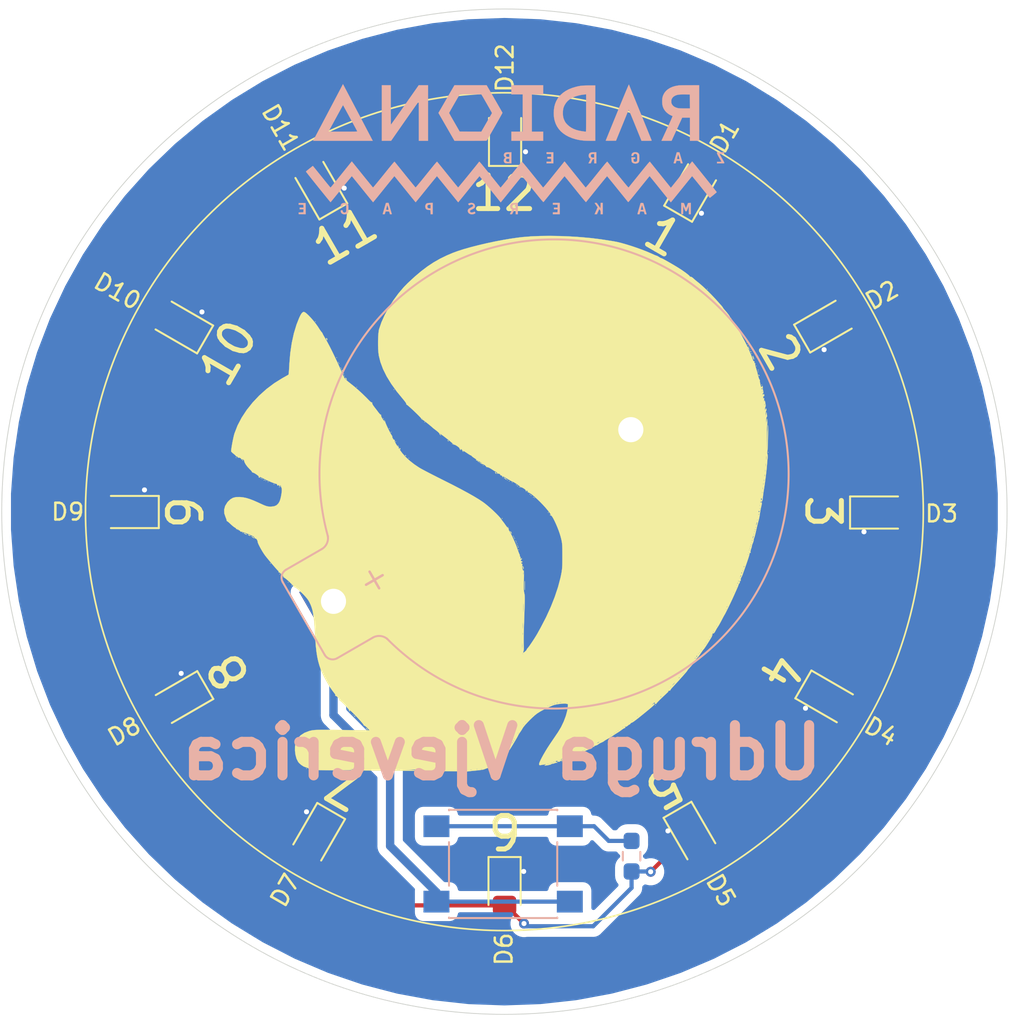
<source format=kicad_pcb>
(kicad_pcb (version 20171130) (host pcbnew 5.1.9+dfsg1-1~bpo10+1)
  (layers (0 F.Cu signal) (31 B.Cu signal) (34 B.Paste user) (35 F.Paste user) (36 B.SilkS user) (37 F.SilkS user) (38 B.Mask user) (39 F.Mask user) (44 Edge.Cuts user))
  (net 0 "")
  (net 1 "Net-(BT1-Pad1)")
  (net 2 "Net-(D1-Pad2)")
  (net 3 "Net-(R1-Pad2)")
  (net 4 GND)
  (module lib:radiona_logo (layer B.Cu) (at 141.72 74.94 180)
    (fp_text reference G*** hide)
    (fp_text value LOGO hide)
  )
  (module lib:vjeverica_logo (layer F.Cu) (at 140.76 96.05)
    (fp_text reference G*** hide)
    (fp_text value LOGO hide)
  )
  (module Battery:BatteryHolder_Keystone_106_1x20mm (layer B.Cu) (at 131.1 101.93 30)
    (fp_text reference BT1 hide)
    (fp_text value Battery_Cell)
    (fp_text user + (at 2.75 0 30) (layer B.SilkS) (effects (font (size 1.5 1.5)) (justify mirror)))
    (pad 2 thru_hole circle (at 20.49 0 30) (size 3 3) (drill 1.5) (layers *.Cu *.Mask) (net 4 GND))
    (pad 1 thru_hole rect (at 0 0 30) (size 3 3) (drill 1.5) (layers *.Cu *.Mask) (net 1 "Net-(BT1-Pad1)"))
  )
  (module LED_SMD:LED_0805_2012Metric_Pad1.15x1.40mm_HandSolder (layer F.Cu) (at 152.5975 77.187676 60)
    (fp_text reference D1 (at 3.513653 0.110474 60) (layer F.SilkS))
    (fp_text value LED hide)
    (pad 2 smd roundrect (at 1.025 0 60) (size 1.15 1.4) (layers F.Cu F.Paste F.Mask) (roundrect_rratio 0.2173904347826087) (net 2 "Net-(D1-Pad2)"))
    (pad 1 smd roundrect (at -1.025 0 60) (size 1.15 1.4) (layers F.Cu F.Paste F.Mask) (roundrect_rratio 0.2173904347826087) (net 4 GND))
  )
  (module LED_SMD:LED_0805_2012Metric_Pad1.15x1.40mm_HandSolder (layer F.Cu) (at 160.68 85.32 30)
    (fp_text reference D2 (at 3.55798 0.137398 30) (layer F.SilkS))
    (fp_text value LED hide)
    (pad 1 smd roundrect (at -1.025 0 30) (size 1.15 1.4) (layers F.Cu F.Paste F.Mask) (roundrect_rratio 0.2173904347826087) (net 4 GND))
    (pad 2 smd roundrect (at 1.025 0 30) (size 1.15 1.4) (layers F.Cu F.Paste F.Mask) (roundrect_rratio 0.2173904347826087) (net 2 "Net-(D1-Pad2)"))
  )
  (module LED_SMD:LED_0805_2012Metric_Pad1.15x1.40mm_HandSolder (layer F.Cu) (at 163.79 96.63)
    (fp_text reference D3 (at 3.6 0.07) (layer F.SilkS))
    (fp_text value LED hide)
    (pad 1 smd roundrect (at -1.025 0) (size 1.15 1.4) (layers F.Cu F.Paste F.Mask) (roundrect_rratio 0.2173904347826087) (net 4 GND))
    (pad 2 smd roundrect (at 1.025 0) (size 1.15 1.4) (layers F.Cu F.Paste F.Mask) (roundrect_rratio 0.2173904347826087) (net 2 "Net-(D1-Pad2)"))
  )
  (module LED_SMD:LED_0805_2012Metric_Pad1.15x1.40mm_HandSolder (layer F.Cu) (at 160.752324 107.8175 330)
    (fp_text reference D4 (at 3.554634 0.121455 330) (layer F.SilkS))
    (fp_text value LED hide)
    (pad 2 smd roundrect (at 1.025 0 330) (size 1.15 1.4) (layers F.Cu F.Paste F.Mask) (roundrect_rratio 0.2173904347826087) (net 2 "Net-(D1-Pad2)"))
    (pad 1 smd roundrect (at -1.025 0 330) (size 1.15 1.4) (layers F.Cu F.Paste F.Mask) (roundrect_rratio 0.2173904347826087) (net 4 GND))
  )
  (module LED_SMD:LED_0805_2012Metric_Pad1.15x1.40mm_HandSolder (layer F.Cu) (at 152.5575 115.982324 300)
    (fp_text reference D5 (at 3.600519 0.159071 120) (layer F.SilkS))
    (fp_text value LED hide)
    (pad 1 smd roundrect (at -1.025 0 300) (size 1.15 1.4) (layers F.Cu F.Paste F.Mask) (roundrect_rratio 0.2173904347826087) (net 4 GND))
    (pad 2 smd roundrect (at 1.025 0 300) (size 1.15 1.4) (layers F.Cu F.Paste F.Mask) (roundrect_rratio 0.2173904347826087) (net 2 "Net-(D1-Pad2)"))
  )
  (module LED_SMD:LED_0805_2012Metric_Pad1.15x1.40mm_HandSolder (layer F.Cu) (at 141.31 119.05 270)
    (fp_text reference D6 (at 3.64 0.04 90) (layer F.SilkS))
    (fp_text value LED hide)
    (pad 2 smd roundrect (at 1.025 0 270) (size 1.15 1.4) (layers F.Cu F.Paste F.Mask) (roundrect_rratio 0.2173904347826087) (net 2 "Net-(D1-Pad2)"))
    (pad 1 smd roundrect (at -1.025 0 270) (size 1.15 1.4) (layers F.Cu F.Paste F.Mask) (roundrect_rratio 0.2173904347826087) (net 4 GND))
  )
  (module LED_SMD:LED_0805_2012Metric_Pad1.15x1.40mm_HandSolder (layer F.Cu) (at 130.0325 116.052324 240)
    (fp_text reference D7 (at 3.614897 0.005833 60) (layer F.SilkS))
    (fp_text value LED hide)
    (pad 1 smd roundrect (at -1.025 0 240) (size 1.15 1.4) (layers F.Cu F.Paste F.Mask) (roundrect_rratio 0.2173904347826087) (net 4 GND))
    (pad 2 smd roundrect (at 1.025 0 240) (size 1.15 1.4) (layers F.Cu F.Paste F.Mask) (roundrect_rratio 0.2173904347826087) (net 2 "Net-(D1-Pad2)"))
  )
  (module LED_SMD:LED_0805_2012Metric_Pad1.15x1.40mm_HandSolder (layer F.Cu) (at 121.837676 107.8575 210)
    (fp_text reference D8 (at 3.702839 0.021846 30) (layer F.SilkS))
    (fp_text value LED hide)
    (pad 2 smd roundrect (at 1.025 0 210) (size 1.15 1.4) (layers F.Cu F.Paste F.Mask) (roundrect_rratio 0.2173904347826087) (net 2 "Net-(D1-Pad2)"))
    (pad 1 smd roundrect (at -1.025 0 210) (size 1.15 1.4) (layers F.Cu F.Paste F.Mask) (roundrect_rratio 0.2173904347826087) (net 4 GND))
  )
  (module LED_SMD:LED_0805_2012Metric_Pad1.15x1.40mm_HandSolder (layer F.Cu) (at 118.815 96.6 180)
    (fp_text reference D9 (at 3.575 0.01) (layer F.SilkS))
    (fp_text value LED hide)
    (pad 1 smd roundrect (at -1.025 0 180) (size 1.15 1.4) (layers F.Cu F.Paste F.Mask) (roundrect_rratio 0.2173904347826087) (net 4 GND))
    (pad 2 smd roundrect (at 1.025 0 180) (size 1.15 1.4) (layers F.Cu F.Paste F.Mask) (roundrect_rratio 0.2173904347826087) (net 2 "Net-(D1-Pad2)"))
  )
  (module LED_SMD:LED_0805_2012Metric_Pad1.15x1.40mm_HandSolder (layer F.Cu) (at 121.827676 85.3725 150)
    (fp_text reference D10 (at 4.104249 -0.126584 150) (layer F.SilkS))
    (fp_text value LED hide)
    (pad 2 smd roundrect (at 1.025 0 150) (size 1.15 1.4) (layers F.Cu F.Paste F.Mask) (roundrect_rratio 0.2173904347826087) (net 2 "Net-(D1-Pad2)"))
    (pad 1 smd roundrect (at -1.025 0 150) (size 1.15 1.4) (layers F.Cu F.Paste F.Mask) (roundrect_rratio 0.2173904347826087) (net 4 GND))
  )
  (module LED_SMD:LED_0805_2012Metric_Pad1.15x1.40mm_HandSolder (layer F.Cu) (at 130.16 77.05 120)
    (fp_text reference D11 (at 4.054486 -0.222576 120) (layer F.SilkS))
    (fp_text value LED hide)
    (pad 1 smd roundrect (at -1.025 0 120) (size 1.15 1.4) (layers F.Cu F.Paste F.Mask) (roundrect_rratio 0.2173904347826087) (net 4 GND))
    (pad 2 smd roundrect (at 1.025 0 120) (size 1.15 1.4) (layers F.Cu F.Paste F.Mask) (roundrect_rratio 0.2173904347826087) (net 2 "Net-(D1-Pad2)"))
  )
  (module LED_SMD:LED_0805_2012Metric_Pad1.15x1.40mm_HandSolder (layer F.Cu) (at 141.34 74.085 90)
    (fp_text reference D12 (at 3.995 -0.01 90) (layer F.SilkS))
    (fp_text value LED hide)
    (pad 2 smd roundrect (at 1.025 0 90) (size 1.15 1.4) (layers F.Cu F.Paste F.Mask) (roundrect_rratio 0.2173904347826087) (net 2 "Net-(D1-Pad2)"))
    (pad 1 smd roundrect (at -1.025 0 90) (size 1.15 1.4) (layers F.Cu F.Paste F.Mask) (roundrect_rratio 0.2173904347826087) (net 4 GND))
  )
  (module Resistor_SMD:R_0603_1608Metric_Pad0.98x0.95mm_HandSolder (layer B.Cu) (at 148.89 117.14 90)
    (fp_text reference R1 hide)
    (fp_text value 3R3 hide)
    (pad 1 smd roundrect (at -0.9125 0 90) (size 0.975 0.95) (layers B.Cu B.Paste B.Mask) (net 2 "Net-(D1-Pad2)"))
    (pad 2 smd roundrect (at 0.9125 0 90) (size 0.975 0.95) (layers B.Cu B.Paste B.Mask) (net 3 "Net-(R1-Pad2)"))
  )
  (module Button_Switch_SMD:SW_SPST_PTS645 (layer B.Cu) (at 141.224 117.602)
    (fp_text reference SW1 hide)
    (fp_text value SW_Push hide)
    (pad 2 smd rect (at -3.98 -2.25) (size 1.55 1.3) (layers B.Cu B.Paste B.Mask) (net 3 "Net-(R1-Pad2)"))
    (pad 1 smd rect (at -3.98 2.25) (size 1.55 1.3) (layers B.Cu B.Paste B.Mask) (net 1 "Net-(BT1-Pad1)"))
    (pad 1 smd rect (at 3.98 2.25) (size 1.55 1.3) (layers B.Cu B.Paste B.Mask) (net 1 "Net-(BT1-Pad1)"))
    (pad 2 smd rect (at 3.98 -2.25) (size 1.55 1.3) (layers B.Cu B.Paste B.Mask) (net 3 "Net-(R1-Pad2)"))
  )
  (gr_text "Udruga Vjeverica" (at 141.13 110.96) (layer B.SilkS) (effects (font (size 3 3) (thickness 0.6)) (justify mirror)))
  (gr_text 1 (at 150.792679 80.118197 -30) (layer F.SilkS) (effects (font (size 2 2) (thickness 0.3))))
  (gr_text 2 (at 157.761803 87.072679 -60) (layer F.SilkS) (effects (font (size 2 2) (thickness 0.3))))
  (gr_text 3 (at 160.32 96.58 -90) (layer F.SilkS) (effects (font (size 2 2) (thickness 0.3))))
  (gr_text 4 (at 157.781803 106.092679 -120) (layer F.SilkS) (effects (font (size 2 2) (thickness 0.3))))
  (gr_text 5 (at 150.827321 113.061803 -150) (layer F.SilkS) (effects (font (size 2 2) (thickness 0.3))))
  (gr_text 6 (at 141.32 115.62 180) (layer F.SilkS) (effects (font (size 2 2) (thickness 0.3))))
  (gr_text 7 (at 131.807321 113.081803 150) (layer F.SilkS) (effects (font (size 2 2) (thickness 0.3))))
  (gr_text 8 (at 124.838197 106.127321 120) (layer F.SilkS) (effects (font (size 2 2) (thickness 0.3))))
  (gr_text 9 (at 122.28 96.62 90) (layer F.SilkS) (effects (font (size 2 2) (thickness 0.3))))
  (gr_text 10 (at 124.818197 87.107321 60) (layer F.SilkS) (effects (font (size 2 2) (thickness 0.3))))
  (gr_text 11 (at 131.772679 80.138197 30) (layer F.SilkS) (effects (font (size 2 2) (thickness 0.3))))
  (gr_text 12 (at 141.28 77.58) (layer F.SilkS) (effects (font (size 2 2) (thickness 0.3))))
  (gr_circle (center 141.3 96.58) (end 166.3 96.58) (layer F.SilkS) (width 0.1))
  (gr_circle (center 141.3 96.58) (end 171.3 96.58) (layer Edge.Cuts) (width 0.05))
  (segment (start 145.204 119.852) (end 137.244 119.852) (width 0.25) (layer B.Cu) (net 1))
  (segment (start 131.1 101.93) (end 131.1 108.72) (width 0.5) (layer B.Cu) (net 1))
  (segment (start 131.1 108.72) (end 134.48 112.1) (width 0.5) (layer B.Cu) (net 1))
  (segment (start 134.48 112.1) (end 134.48 116.53) (width 0.5) (layer B.Cu) (net 1))
  (segment (start 137.244 119.294) (end 137.244 119.852) (width 0.5) (layer B.Cu) (net 1))
  (segment (start 134.48 116.53) (end 137.244 119.294) (width 0.5) (layer B.Cu) (net 1))
  (segment (start 129.6475 76.162324) (end 129.807676 76.162324) (width 0.25) (layer F.Cu) (net 2))
  (segment (start 129.807676 76.162324) (end 131.19 74.78) (width 0.25) (layer F.Cu) (net 2))
  (segment (start 131.19 74.78) (end 132.64 74.78) (width 0.25) (layer F.Cu) (net 2))
  (segment (start 132.64 74.78) (end 134.03 73.39) (width 0.25) (layer F.Cu) (net 2))
  (segment (start 134.03 73.39) (end 136.17 73.39) (width 0.25) (layer F.Cu) (net 2))
  (segment (start 136.5 73.06) (end 141.34 73.06) (width 0.25) (layer F.Cu) (net 2))
  (segment (start 136.17 73.39) (end 136.5 73.06) (width 0.25) (layer F.Cu) (net 2))
  (segment (start 141.34 73.06) (end 143.73 73.06) (width 0.25) (layer F.Cu) (net 2))
  (segment (start 143.73 73.06) (end 144.19 73.52) (width 0.25) (layer F.Cu) (net 2))
  (segment (start 144.19 73.52) (end 146.9 73.52) (width 0.25) (layer F.Cu) (net 2))
  (segment (start 146.9 73.52) (end 147.92 74.54) (width 0.25) (layer F.Cu) (net 2))
  (segment (start 147.92 74.54) (end 150.28 74.54) (width 0.25) (layer F.Cu) (net 2))
  (segment (start 152.04 76.3) (end 153.11 76.3) (width 0.25) (layer F.Cu) (net 2))
  (segment (start 150.28 74.54) (end 152.04 76.3) (width 0.25) (layer F.Cu) (net 2))
  (segment (start 153.11 76.3) (end 153.5 76.3) (width 0.25) (layer F.Cu) (net 2))
  (segment (start 153.5 76.3) (end 156.98 79.78) (width 0.25) (layer F.Cu) (net 2))
  (segment (start 156.98 79.78) (end 157.83 79.78) (width 0.25) (layer F.Cu) (net 2))
  (segment (start 161.567676 83.517676) (end 161.567676 84.8075) (width 0.25) (layer F.Cu) (net 2))
  (segment (start 157.83 79.78) (end 161.567676 83.517676) (width 0.25) (layer F.Cu) (net 2))
  (segment (start 161.567676 84.8075) (end 161.567676 86.137676) (width 0.25) (layer F.Cu) (net 2))
  (segment (start 161.567676 86.137676) (end 163.81 88.38) (width 0.25) (layer F.Cu) (net 2))
  (segment (start 163.81 88.38) (end 163.81 92.92) (width 0.25) (layer F.Cu) (net 2))
  (segment (start 164.815 93.925) (end 164.815 96.63) (width 0.25) (layer F.Cu) (net 2))
  (segment (start 163.81 92.92) (end 164.815 93.925) (width 0.25) (layer F.Cu) (net 2))
  (segment (start 164.815 96.63) (end 164.815 101.255) (width 0.25) (layer F.Cu) (net 2))
  (segment (start 164.815 101.255) (end 163.77 102.3) (width 0.25) (layer F.Cu) (net 2))
  (segment (start 163.77 106.2) (end 161.64 108.33) (width 0.25) (layer F.Cu) (net 2))
  (segment (start 163.77 102.3) (end 163.77 106.2) (width 0.25) (layer F.Cu) (net 2))
  (segment (start 161.64 108.33) (end 161.64 109.43) (width 0.25) (layer F.Cu) (net 2))
  (segment (start 161.64 109.43) (end 156.46 114.61) (width 0.25) (layer F.Cu) (net 2))
  (segment (start 155.33 114.61) (end 153.07 116.87) (width 0.25) (layer F.Cu) (net 2))
  (segment (start 156.46 114.61) (end 155.33 114.61) (width 0.25) (layer F.Cu) (net 2))
  (via (at 150.03 118.07) (size 0.6) (drill 0.3) (layers F.Cu B.Cu) (net 2))
  (segment (start 153.07 116.87) (end 151.23 116.87) (width 0.25) (layer F.Cu) (net 2))
  (segment (start 151.23 116.87) (end 150.03 118.07) (width 0.25) (layer F.Cu) (net 2))
  (segment (start 150.0125 118.0525) (end 148.89 118.0525) (width 0.25) (layer B.Cu) (net 2))
  (segment (start 150.03 118.07) (end 150.0125 118.0525) (width 0.25) (layer B.Cu) (net 2))
  (segment (start 148.89 118.0525) (end 148.89 119.03) (width 0.25) (layer B.Cu) (net 2))
  (segment (start 148.89 119.03) (end 146.6 121.32) (width 0.25) (layer B.Cu) (net 2))
  (via (at 142.47 121.16) (size 0.6) (drill 0.3) (layers F.Cu B.Cu) (net 2))
  (segment (start 146.6 121.32) (end 142.63 121.32) (width 0.25) (layer B.Cu) (net 2))
  (segment (start 142.63 121.32) (end 142.47 121.16) (width 0.25) (layer B.Cu) (net 2))
  (segment (start 141.385 120.075) (end 141.31 120.075) (width 0.25) (layer F.Cu) (net 2))
  (segment (start 142.47 121.16) (end 141.385 120.075) (width 0.25) (layer F.Cu) (net 2))
  (segment (start 141.31 120.075) (end 135.585 120.075) (width 0.25) (layer F.Cu) (net 2))
  (segment (start 135.585 120.075) (end 133.89 118.38) (width 0.25) (layer F.Cu) (net 2))
  (segment (start 130.96 118.38) (end 129.52 116.94) (width 0.25) (layer F.Cu) (net 2))
  (segment (start 133.89 118.38) (end 130.96 118.38) (width 0.25) (layer F.Cu) (net 2))
  (segment (start 129.52 116.94) (end 128.51 116.94) (width 0.25) (layer F.Cu) (net 2))
  (segment (start 128.51 116.94) (end 125.34 113.77) (width 0.25) (layer F.Cu) (net 2))
  (segment (start 125.34 113.77) (end 124.91 113.77) (width 0.25) (layer F.Cu) (net 2))
  (segment (start 120.95 109.81) (end 120.95 108.37) (width 0.25) (layer F.Cu) (net 2))
  (segment (start 124.91 113.77) (end 120.95 109.81) (width 0.25) (layer F.Cu) (net 2))
  (segment (start 120.95 108.37) (end 120.95 107.32) (width 0.25) (layer F.Cu) (net 2))
  (segment (start 120.95 107.32) (end 119.58 105.95) (width 0.25) (layer F.Cu) (net 2))
  (segment (start 119.58 105.95) (end 119.58 102.86) (width 0.25) (layer F.Cu) (net 2))
  (segment (start 117.79 101.07) (end 117.79 96.6) (width 0.25) (layer F.Cu) (net 2))
  (segment (start 119.58 102.86) (end 117.79 101.07) (width 0.25) (layer F.Cu) (net 2))
  (segment (start 117.79 96.6) (end 117.79 94.28) (width 0.25) (layer F.Cu) (net 2))
  (segment (start 117.79 94.28) (end 118.99 93.08) (width 0.25) (layer F.Cu) (net 2))
  (segment (start 118.99 93.08) (end 118.99 90.51) (width 0.25) (layer F.Cu) (net 2))
  (segment (start 118.99 90.51) (end 120.69 88.81) (width 0.25) (layer F.Cu) (net 2))
  (segment (start 120.69 88.81) (end 120.69 87.52) (width 0.25) (layer F.Cu) (net 2))
  (segment (start 120.94 87.27) (end 120.94 84.86) (width 0.25) (layer F.Cu) (net 2))
  (segment (start 120.69 87.52) (end 120.94 87.27) (width 0.25) (layer F.Cu) (net 2))
  (segment (start 148.89 116.2275) (end 147.5275 116.2275) (width 0.25) (layer B.Cu) (net 3))
  (segment (start 146.652 115.352) (end 145.204 115.352) (width 0.25) (layer B.Cu) (net 3))
  (segment (start 147.5275 116.2275) (end 146.652 115.352) (width 0.25) (layer B.Cu) (net 3))
  (segment (start 145.204 115.352) (end 137.244 115.352) (width 0.25) (layer B.Cu) (net 3))
  (via (at 142.45 118.05) (size 0.6) (drill 0.3) (layers F.Cu B.Cu) (net 4))
  (segment (start 141.31 118.025) (end 142.425 118.025) (width 0.25) (layer F.Cu) (net 4))
  (segment (start 142.425 118.025) (end 142.45 118.05) (width 0.25) (layer F.Cu) (net 4))
  (via (at 151.06 115.63) (size 0.6) (drill 0.3) (layers F.Cu B.Cu) (net 4))
  (segment (start 152.045 115.094648) (end 151.595352 115.094648) (width 0.25) (layer F.Cu) (net 4))
  (segment (start 151.595352 115.094648) (end 151.06 115.63) (width 0.25) (layer F.Cu) (net 4))
  (via (at 129.49 114.49) (size 0.6) (drill 0.3) (layers F.Cu B.Cu) (net 4))
  (segment (start 130.545 115.164648) (end 130.164648 115.164648) (width 0.25) (layer F.Cu) (net 4))
  (segment (start 130.164648 115.164648) (end 129.49 114.49) (width 0.25) (layer F.Cu) (net 4))
  (via (at 122.01 106.23) (size 0.6) (drill 0.3) (layers F.Cu B.Cu) (net 4))
  (segment (start 122.725352 107.345) (end 122.725352 106.945352) (width 0.25) (layer F.Cu) (net 4))
  (segment (start 122.725352 106.945352) (end 122.01 106.23) (width 0.25) (layer F.Cu) (net 4))
  (via (at 119.82 95.28) (size 0.6) (drill 0.3) (layers F.Cu B.Cu) (net 4))
  (segment (start 119.84 96.6) (end 119.84 95.3) (width 0.25) (layer F.Cu) (net 4))
  (segment (start 119.84 95.3) (end 119.82 95.28) (width 0.25) (layer F.Cu) (net 4))
  (segment (start 122.715352 85.885) (end 122.715352 85.194648) (width 0.25) (layer F.Cu) (net 4))
  (via (at 123.25 84.66) (size 0.6) (drill 0.3) (layers F.Cu B.Cu) (net 4))
  (segment (start 122.715352 85.194648) (end 123.25 84.66) (width 0.25) (layer F.Cu) (net 4))
  (via (at 131.74 77.27) (size 0.6) (drill 0.3) (layers F.Cu B.Cu) (net 4))
  (segment (start 130.6725 77.937676) (end 131.072324 77.937676) (width 0.25) (layer F.Cu) (net 4))
  (segment (start 131.072324 77.937676) (end 131.74 77.27) (width 0.25) (layer F.Cu) (net 4))
  (via (at 142.56 75.1) (size 0.6) (drill 0.3) (layers F.Cu B.Cu) (net 4))
  (segment (start 141.34 75.11) (end 142.55 75.11) (width 0.25) (layer F.Cu) (net 4))
  (segment (start 142.55 75.11) (end 142.56 75.1) (width 0.25) (layer F.Cu) (net 4))
  (via (at 153.06 78.77) (size 0.6) (drill 0.3) (layers F.Cu B.Cu) (net 4))
  (segment (start 152.085 78.075352) (end 152.365352 78.075352) (width 0.25) (layer F.Cu) (net 4))
  (segment (start 152.365352 78.075352) (end 153.06 78.77) (width 0.25) (layer F.Cu) (net 4))
  (via (at 160.38 86.91) (size 0.6) (drill 0.3) (layers F.Cu B.Cu) (net 4))
  (segment (start 159.792324 85.8325) (end 159.792324 86.322324) (width 0.25) (layer F.Cu) (net 4))
  (segment (start 159.792324 86.322324) (end 160.38 86.91) (width 0.25) (layer F.Cu) (net 4))
  (via (at 162.76 97.78) (size 0.6) (drill 0.3) (layers F.Cu B.Cu) (net 4))
  (segment (start 162.765 96.63) (end 162.765 97.775) (width 0.25) (layer F.Cu) (net 4))
  (segment (start 162.765 97.775) (end 162.76 97.78) (width 0.25) (layer F.Cu) (net 4))
  (via (at 159.27 108.31) (size 0.6) (drill 0.3) (layers F.Cu B.Cu) (net 4))
  (segment (start 159.864648 107.305) (end 159.864648 107.715352) (width 0.25) (layer F.Cu) (net 4))
  (segment (start 159.864648 107.715352) (end 159.27 108.31) (width 0.25) (layer F.Cu) (net 4))
  (zone (net 4) (net_name GND) (layer B.Cu) (connect_pads (clearance 0.508)) (min_thickness 0.254) (fill yes (arc_segments 32) (thermal_gap 0.508) (thermal_bridge_width 0.508))
    (polygon (pts (xy 171.85 66.07) (xy 172.325 126.565) (xy 111.1975 126.6775) (xy 111.3825 66.0425)))
  )
)
</source>
